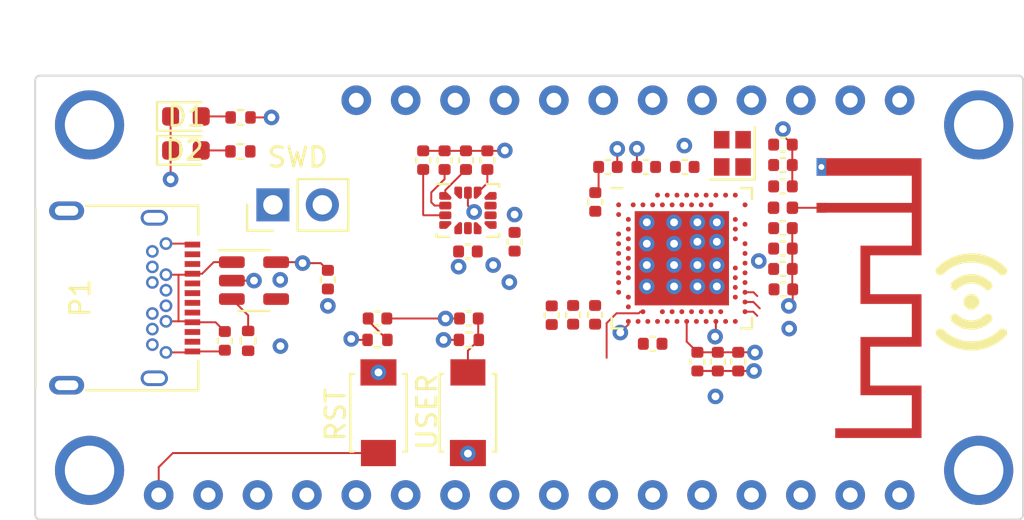
<source format=kicad_pcb>
(kicad_pcb (version 20211014) (generator pcbnew)
  (layers (0 "F.Cu" signal) (1 "In1.Cu" power "PWR") (2 "In2.Cu" power "GND") (31 "B.Cu" signal) (34 "B.Paste" user) (35 "F.Paste" user) (36 "B.SilkS" user "B.Silkscreen") (37 "F.SilkS" user "F.Silkscreen") (38 "B.Mask" user) (39 "F.Mask" user) (44 "Edge.Cuts" user))
  (net 0 "")
  (net 1 "Net-(AE1-Pad1)")
  (net 2 "VDD")
  (net 3 "GND")
  (net 4 "Net-(C2-Pad1)")
  (net 5 "Net-(C3-Pad1)")
  (net 6 "Net-(C5-Pad1)")
  (net 7 "Net-(C8-Pad1)")
  (net 8 "/nreset")
  (net 9 "Net-(C12-Pad1)")
  (net 10 "Net-(C13-Pad1)")
  (net 11 "Net-(C15-Pad1)")
  (net 12 "Net-(C16-Pad1)")
  (net 13 "Net-(C17-Pad1)")
  (net 14 "VBUS")
  (net 15 "Net-(U1-PadW24)")
  (net 16 "Net-(D1-Pad2)")
  (net 17 "Net-(D2-Pad2)")
  (net 19 "Net-(J1-Pad1)")
  (net 20 "Net-(J1-Pad2)")
  (net 22 "/d13")
  (net 24 "/adc5")
  (net 25 "/adc0")
  (net 30 "/sck")
  (net 35 "/serial_tx")
  (net 36 "/mosi")
  (net 37 "/miso")
  (net 41 "/serial_rx")
  (net 45 "/adc4")
  (net 46 "/adc1")
  (net 52 "/d9")
  (net 53 "/d10")
  (net 54 "/adc2")
  (net 55 "/d2")
  (net 56 "/adc3")
  (net 57 "/d11")
  (net 59 "/d6")
  (net 60 "/d12")
  (net 61 "/d5")
  (net 64 "/scl")
  (net 66 "/sda")
  (net 71 "/enable")
  (net 73 "Net-(P1-PadA6)")
  (net 74 "Net-(P1-PadA7)")
  (net 76 "Net-(R6-Pad2)")
  (net 77 "Net-(R7-Pad2)")
  (net 78 "Net-(R8-Pad2)")
  (net 79 "Net-(R9-Pad2)")
  (footprint "Capacitor_SMD:C_0402_1005Metric" (layer "F.Cu") (at 158.8 97.65)
    (fp_text reference "C8" hide)
    (fp_text value "100pF" hide)
    (pad "1" smd roundrect (at -0.48 0) (size 0.56 0.62) (layers "F.Cu" "F.Paste" "F.Mask") (net 7 "Net-(C8-Pad1)"))
    (pad "2" smd roundrect (at 0.48 0) (size 0.56 0.62) (layers "F.Cu" "F.Paste" "F.Mask") (net 3 "GND"))
  )
  (footprint "Capacitor_SMD:C_0402_1005Metric" (layer "F.Cu") (at 155.45 107.77 -90)
    (fp_text reference "C14" hide)
    (fp_text value "100nF" hide)
    (pad "1" smd roundrect (at -0.48 0 270) (size 0.56 0.62) (layers "F.Cu" "F.Paste" "F.Mask") (net 2 "VDD"))
    (pad "2" smd roundrect (at 0.48 0 270) (size 0.56 0.62) (layers "F.Cu" "F.Paste" "F.Mask") (net 3 "GND"))
  )
  (footprint "USB-C-Connectors:TYPE-C-31-M-04" (layer "F.Cu") (at 123.365 104.495 -90)
    (fp_text reference "P1" (at 0 0.7 90) (layer "F.SilkS"))
    (fp_text value "USB-C")
    (pad "" np_thru_hole oval locked (at 3.6 -4.36 270) (size 0.95 0.65) (drill oval 0.95 0.65) (layers *.Cu *.Mask))
    (pad "" np_thru_hole circle locked (at -3.6 -4.36 270) (size 0.65 0.65) (drill 0.65) (layers *.Cu *.Mask))
    (pad "31" thru_hole oval locked (at 4.49 1.4 270) (size 0.95 1.8) (drill oval 0.5 1.2) (layers *.Cu *.Mask))
    (pad "32" thru_hole oval locked (at 4.13 -3.11 270) (size 0.8 1.4) (drill oval 0.5 1.1) (layers *.Cu *.Mask))
    (pad "33" thru_hole oval locked (at -4.13 -3.11 270) (size 0.8 1.4) (drill oval 0.5 1.1) (layers *.Cu *.Mask))
    (pad "34" thru_hole oval locked (at -4.49 1.4 270) (size 0.95 1.8) (drill oval 0.5 1.2) (layers *.Cu *.Mask))
    (pad "A1" smd rect locked (at -2.75 -5.07 270) (size 0.3 0.8) (layers "F.Cu" "F.Paste" "F.Mask") (net 3 "GND"))
    (pad "A2" smd rect locked (at -2.25 -5.07 270) (size 0.3 0.8) (layers "F.Cu" "F.Paste" "F.Mask"))
    (pad "A3" smd rect locked (at -1.75 -5.07 270) (size 0.3 0.8) (layers "F.Cu" "F.Paste" "F.Mask"))
    (pad "A4" smd rect locked (at -1.25 -5.07 270) (size 0.3 0.8) (layers "F.Cu" "F.Paste" "F.Mask") (net 14 "VBUS"))
    (pad "A5" smd rect locked (at -0.75 -5.07 270) (size 0.3 0.8) (layers "F.Cu" "F.Paste" "F.Mask"))
    (pad "A6" smd rect locked (at -0.25 -5.07 270) (size 0.3 0.8) (layers "F.Cu" "F.Paste" "F.Mask") (net 73 "Net-(P1-PadA6)"))
    (pad "A7" smd rect locked (at 0.25 -5.07 270) (size 0.3 0.8) (layers "F.Cu" "F.Paste" "F.Mask") (net 74 "Net-(P1-PadA7)"))
    (pad "A8" smd rect locked (at 0.75 -5.07 270) (size 0.3 0.8) (layers "F.Cu" "F.Paste" "F.Mask"))
    (pad "A9" smd rect locked (at 1.25 -5.07 270) (size 0.3 0.8) (layers "F.Cu" "F.Paste" "F.Mask") (net 14 "VBUS"))
    (pad "A10" smd rect locked (at 1.75 -5.07 270) (size 0.3 0.8) (layers "F.Cu" "F.Paste" "F.Mask"))
    (pad "A11" smd rect locked (at 2.25 -5.07 270) (size 0.3 0.8) (layers "F.Cu" "F.Paste" "F.Mask"))
    (pad "A12" smd rect locked (at 2.75 -5.07 270) (size 0.3 0.8) (layers "F.Cu" "F.Paste" "F.Mask") (net 3 "GND"))
    (pad "B1" thru_hole circle locked (at 2.8 -3.71 270) (size 0.65 0.65) (drill 0.4) (layers *.Cu *.Mask) (net 3 "GND"))
    (pad "B2" thru_hole circle locked (at 2.4 -3.01 270) (size 0.65 0.65) (drill 0.4) (layers *.Cu *.Mask))
    (pad "B3" thru_hole circle locked (at 1.6 -3.01 270) (size 0.65 0.65) (drill 0.4) (layers *.Cu *.Mask))
    (pad "B4" thru_hole circle locked (at 1.2 -3.71 270) (size 0.65 0.65) (drill 0.4) (layers *.Cu *.Mask) (net 14 "VBUS"))
    (pad "B5" thru_hole circle locked (at 0.8 -3.01 270) (size 0.65 0.65) (drill 0.4) (layers *.Cu *.Mask))
    (pad "B6" thru_hole circle locked (at 0.4 -3.71 270) (size 0.65 0.65) (drill 0.4) (layers *.Cu *.Mask))
    (pad "B7" thru_hole circle locked (at -0.4 -3.71 270) (size 0.65 0.65) (drill 0.4) (layers *.Cu *.Mask))
    (pad "B8" thru_hole circle locked (at -0.8 -3.01 270) (size 0.65 0.65) (drill 0.4) (layers *.Cu *.Mask))
    (pad "B9" thru_hole circle locked (at -1.2 -3.71 270) (size 0.65 0.65) (drill 0.4) (layers *.Cu *.Mask) (net 14 "VBUS"))
    (pad "B10" thru_hole circle locked (at -1.6 -3.01 270) (size 0.65 0.65) (drill 0.4) (layers *.Cu *.Mask))
    (pad "B11" thru_hole circle locked (at -2.4 -3.01 270) (size 0.65 0.65) (drill 0.4) (layers *.Cu *.Mask))
    (pad "B12" thru_hole circle locked (at -2.8 -3.71 270) (size 0.65 0.65) (drill 0.4) (layers *.Cu *.Mask) (net 3 "GND"))
  )
  (footprint "LED_SMD:LED_0603_1608Metric" (layer "F.Cu") (at 128.1 95.15)
    (fp_text reference "D1" (at 0.03 0.005) (layer "F.SilkS"))
    (fp_text value "PWR")
    (pad "1" smd roundrect (at -0.7875 0) (size 0.875 0.95) (layers "F.Cu" "F.Paste" "F.Mask") (net 3 "GND"))
    (pad "2" smd roundrect (at 0.7875 0) (size 0.875 0.95) (layers "F.Cu" "F.Paste" "F.Mask") (net 16 "Net-(D1-Pad2)"))
  )
  (footprint "Capacitor_SMD:C_0402_1005Metric" (layer "F.Cu") (at 158.8 100.9)
    (fp_text reference "C16" hide)
    (fp_text value "0.8pF" hide)
    (pad "1" smd roundrect (at -0.48 0) (size 0.56 0.62) (layers "F.Cu" "F.Paste" "F.Mask") (net 12 "Net-(C16-Pad1)"))
    (pad "2" smd roundrect (at 0.48 0) (size 0.56 0.62) (layers "F.Cu" "F.Paste" "F.Mask") (net 3 "GND"))
  )
  (footprint "Capacitor_SMD:C_0402_1005Metric" (layer "F.Cu") (at 142.6 102.1)
    (fp_text reference "C21" hide)
    (fp_text value "100nF" hide)
    (pad "1" smd roundrect (at -0.48 0) (size 0.56 0.62) (layers "F.Cu" "F.Paste" "F.Mask") (net 2 "VDD"))
    (pad "2" smd roundrect (at 0.48 0) (size 0.56 0.62) (layers "F.Cu" "F.Paste" "F.Mask") (net 3 "GND"))
  )
  (footprint "Resistor_SMD:R_0402_1005Metric" (layer "F.Cu") (at 137.95 106.65)
    (fp_text reference "R1" hide)
    (fp_text value "10k" hide)
    (pad "1" smd roundrect (at -0.51 0) (size 0.54 0.64) (layers "F.Cu" "F.Paste" "F.Mask") (net 2 "VDD"))
    (pad "2" smd roundrect (at 0.51 0) (size 0.54 0.64) (layers "F.Cu" "F.Paste" "F.Mask") (net 8 "/nreset"))
  )
  (footprint "Capacitor_SMD:C_0402_1005Metric" (layer "F.Cu") (at 148.01 105.36 90)
    (fp_text reference "R11" hide)
    (fp_text value "10k" hide)
    (pad "1" smd roundrect (at -0.48 0 90) (size 0.56 0.62) (layers "F.Cu" "F.Paste" "F.Mask") (net 2 "VDD"))
    (pad "2" smd roundrect (at 0.48 0 90) (size 0.56 0.62) (layers "F.Cu" "F.Paste" "F.Mask") (net 66 "/sda"))
  )
  (footprint "Resistor_SMD:R_0402_1005Metric" (layer "F.Cu") (at 142.65 106.65)
    (fp_text reference "R3" hide)
    (fp_text value "10k" hide)
    (pad "1" smd roundrect (at -0.51 0) (size 0.54 0.64) (layers "F.Cu" "F.Paste" "F.Mask") (net 2 "VDD"))
    (pad "2" smd roundrect (at 0.51 0) (size 0.54 0.64) (layers "F.Cu" "F.Paste" "F.Mask") (net 15 "Net-(U1-PadW24)"))
  )
  (footprint "Capacitor_SMD:C_0402_1005Metric" (layer "F.Cu") (at 143.6 97.4 -90)
    (fp_text reference "R6" hide)
    (fp_text value "10k" hide)
    (pad "1" smd roundrect (at -0.48 0 270) (size 0.56 0.62) (layers "F.Cu" "F.Paste" "F.Mask") (net 2 "VDD"))
    (pad "2" smd roundrect (at 0.48 0 270) (size 0.56 0.62) (layers "F.Cu" "F.Paste" "F.Mask") (net 76 "Net-(R6-Pad2)"))
  )
  (footprint "Capacitor_SMD:C_0402_1005Metric" (layer "F.Cu") (at 149.15 99.55 90)
    (fp_text reference "C15" hide)
    (fp_text value "100nF" hide)
    (pad "1" smd roundrect (at -0.48 0 90) (size 0.56 0.62) (layers "F.Cu" "F.Paste" "F.Mask") (net 11 "Net-(C15-Pad1)"))
    (pad "2" smd roundrect (at 0.48 0 90) (size 0.56 0.62) (layers "F.Cu" "F.Paste" "F.Mask") (net 3 "GND"))
  )
  (footprint "Package_LGA:LGA-14_3x2.5mm_P0.5mm_LayoutBorder3x4y" (layer "F.Cu") (at 142.6 99.9875)
    (fp_text reference "U4" hide)
    (fp_text value "LSM6DS3" hide)
    (pad "1" smd custom (at -1.1625 -0.75) (size 0.223223 0.223223) (layers "F.Cu" "F.Paste" "F.Mask") (net 79 "Net-(R9-Pad2)") (options (clearance outline) (anchor circle)) (primitives (gr_poly (pts (xy 0.2375 0.081066) (xy 0.2375 0.125) (xy -0.2375 0.125) (xy -0.2375 -0.125) (xy 0.031434 -0.125)) (width 0.15) (fill yes))))
    (pad "2" smd roundrect (at -1.1625 -0.25) (size 0.625 0.4) (layers "F.Cu" "F.Paste" "F.Mask") (net 78 "Net-(R8-Pad2)"))
    (pad "3" smd roundrect (at -1.1625 0.25) (size 0.625 0.4) (layers "F.Cu" "F.Paste" "F.Mask") (net 77 "Net-(R7-Pad2)"))
    (pad "4" smd custom (at -1.1625 0.75) (size 0.223223 0.223223) (layers "F.Cu" "F.Paste" "F.Mask") (options (clearance outline) (anchor circle)) (primitives (gr_poly (pts (xy 0.2375 -0.081066) (xy 0.031434 0.125) (xy -0.2375 0.125) (xy -0.2375 -0.125) (xy 0.2375 -0.125)) (width 0.15) (fill yes))))
    (pad "5" smd custom (at -0.5 0.9125) (size 0.223223 0.223223) (layers "F.Cu" "F.Paste" "F.Mask") (net 2 "VDD") (options (clearance outline) (anchor circle)) (primitives (gr_poly (pts (xy 0.125 0.2375) (xy -0.125 0.2375) (xy -0.125 -0.031434) (xy 0.081066 -0.2375) (xy 0.125 -0.2375)) (width 0.15) (fill yes))))
    (pad "6" smd roundrect (at 0 0.9125) (size 0.4 0.625) (layers "F.Cu" "F.Paste" "F.Mask") (net 3 "GND"))
    (pad "7" smd custom (at 0.5 0.9125) (size 0.223223 0.223223) (layers "F.Cu" "F.Paste" "F.Mask") (net 3 "GND") (options (clearance outline) (anchor circle)) (primitives (gr_poly (pts (xy 0.125 -0.031434) (xy 0.125 0.2375) (xy -0.125 0.2375) (xy -0.125 -0.2375) (xy -0.081066 -0.2375)) (width 0.15) (fill yes))))
    (pad "8" smd custom (at 1.1625 0.75) (size 0.223223 0.223223) (layers "F.Cu" "F.Paste" "F.Mask") (net 2 "VDD") (options (clearance outline) (anchor circle)) (primitives (gr_poly (pts (xy 0.2375 0.125) (xy -0.031434 0.125) (xy -0.2375 -0.081066) (xy -0.2375 -0.125) (xy 0.2375 -0.125)) (width 0.15) (fill yes))))
    (pad "9" smd roundrect (at 1.1625 0.25) (size 0.625 0.4) (layers "F.Cu" "F.Paste" "F.Mask"))
    (pad "10" smd roundrect (at 1.1625 -0.25) (size 0.625 0.4) (layers "F.Cu" "F.Paste" "F.Mask"))
    (pad "11" smd custom (at 1.1625 -0.75) (size 0.223223 0.223223) (layers "F.Cu" "F.Paste" "F.Mask") (options (clearance outline) (anchor circle)) (primitives (gr_poly (pts (xy 0.2375 0.125) (xy -0.2375 0.125) (xy -0.2375 0.081066) (xy -0.031434 -0.125) (xy 0.2375 -0.125)) (width 0.15) (fill yes))))
    (pad "12" smd custom (at 0.5 -0.9125) (size 0.223223 0.223223) (layers "F.Cu" "F.Paste" "F.Mask") (net 76 "Net-(R6-Pad2)") (options (clearance outline) (anchor circle)) (primitives (gr_poly (pts (xy 0.125 0.031434) (xy -0.081066 0.2375) (xy -0.125 0.2375) (xy -0.125 -0.2375) (xy 0.125 -0.2375)) (width 0.15) (fill yes))))
    (pad "13" smd roundrect (at 0 -0.9125) (size 0.4 0.625) (layers "F.Cu" "F.Paste" "F.Mask") (net 64 "/scl"))
    (pad "14" smd custom (at -0.5 -0.9125) (size 0.223223 0.223223) (layers "F.Cu" "F.Paste" "F.Mask") (net 66 "/sda") (options (clearance outline) (anchor circle)) (primitives (gr_poly (pts (xy 0.125 0.2375) (xy 0.081066 0.2375) (xy -0.125 0.031434) (xy -0.125 -0.2375) (xy 0.125 -0.2375)) (width 0.15) (fill yes))))
  )
  (footprint "Resistor_SMD:R_0402_1005Metric" (layer "F.Cu") (at 130.9 96.95 180)
    (fp_text reference "R4" hide)
    (fp_text value "330" hide)
    (pad "1" smd roundrect (at -0.51 0 180) (size 0.54 0.64) (layers "F.Cu" "F.Paste" "F.Mask") (net 22 "/d13"))
    (pad "2" smd roundrect (at 0.51 0 180) (size 0.54 0.64) (layers "F.Cu" "F.Paste" "F.Mask") (net 17 "Net-(D2-Pad2)"))
  )
  (footprint "Capacitor_SMD:C_0402_1005Metric" (layer "F.Cu") (at 152.1 106.85)
    (fp_text reference "C2" hide)
    (fp_text value "4.7uF" hide)
    (pad "1" smd roundrect (at -0.48 0) (size 0.56 0.62) (layers "F.Cu" "F.Paste" "F.Mask") (net 4 "Net-(C2-Pad1)"))
    (pad "2" smd roundrect (at 0.48 0) (size 0.56 0.62) (layers "F.Cu" "F.Paste" "F.Mask") (net 3 "GND"))
  )
  (footprint "Capacitor_SMD:C_0402_1005Metric" (layer "F.Cu") (at 145 101.6 -90)
    (fp_text reference "C22" hide)
    (fp_text value "100nF" hide)
    (pad "1" smd roundrect (at -0.48 0 270) (size 0.56 0.62) (layers "F.Cu" "F.Paste" "F.Mask") (net 2 "VDD"))
    (pad "2" smd roundrect (at 0.48 0 270) (size 0.56 0.62) (layers "F.Cu" "F.Paste" "F.Mask") (net 3 "GND"))
  )
  (footprint "Capacitor_SMD:C_0402_1005Metric" (layer "F.Cu") (at 149.14 105.36 -90)
    (fp_text reference "C10" hide)
    (fp_text value "4.7uF" hide)
    (pad "1" smd roundrect (at -0.48 0 270) (size 0.56 0.62) (layers "F.Cu" "F.Paste" "F.Mask") (net 2 "VDD"))
    (pad "2" smd roundrect (at 0.48 0 270) (size 0.56 0.62) (layers "F.Cu" "F.Paste" "F.Mask") (net 3 "GND"))
  )
  (footprint "Capacitor_SMD:C_0402_1005Metric" (layer "F.Cu") (at 158.8 98.75)
    (fp_text reference "C5" hide)
    (fp_text value "1.0uF" hide)
    (pad "1" smd roundrect (at -0.48 0) (size 0.56 0.62) (layers "F.Cu" "F.Paste" "F.Mask") (net 6 "Net-(C5-Pad1)"))
    (pad "2" smd roundrect (at 0.48 0) (size 0.56 0.62) (layers "F.Cu" "F.Paste" "F.Mask") (net 3 "GND"))
  )
  (footprint "Connector_PinHeader_2.54mm:PinHeader_1x02_P2.54mm_Vertical" (layer "F.Cu") (at 132.575 99.7 90)
    (fp_text reference "J1" hide)
    (fp_text value "SWD" (at 2.45 1.275) (layer "F.SilkS"))
    (pad "1" thru_hole rect (at 0 0 90) (size 1.7 1.7) (drill 1) (layers *.Cu *.Mask) (net 19 "Net-(J1-Pad1)"))
    (pad "2" thru_hole oval (at 0 2.54 90) (size 1.7 1.7) (drill 1) (layers *.Cu *.Mask) (net 20 "Net-(J1-Pad2)"))
  )
  (footprint "Crystal:Crystal_SMD_2016-4Pin_2.0x1.6mm" (layer "F.Cu") (at 156.2 97.05 90)
    (fp_text reference "Y1" hide)
    (fp_text value "32MHz" hide)
    (pad "1" smd rect (at -0.7 0.55 90) (size 0.9 0.8) (layers "F.Cu" "F.Paste" "F.Mask") (net 9 "Net-(C12-Pad1)"))
    (pad "2" smd rect (at 0.7 0.55 90) (size 0.9 0.8) (layers "F.Cu" "F.Paste" "F.Mask") (net 13 "Net-(C17-Pad1)"))
    (pad "3" smd rect (at 0.7 -0.55 90) (size 0.9 0.8) (layers "F.Cu" "F.Paste" "F.Mask"))
    (pad "4" smd rect (at -0.7 -0.55 90) (size 0.9 0.8) (layers "F.Cu" "F.Paste" "F.Mask"))
  )
  (footprint "Capacitor_SMD:C_0402_1005Metric" (layer "F.Cu") (at 154.4 107.77 -90)
    (fp_text reference "C6" hide)
    (fp_text value "100nF" hide)
    (pad "1" smd roundrect (at -0.48 0 270) (size 0.56 0.62) (layers "F.Cu" "F.Paste" "F.Mask") (net 2 "VDD"))
    (pad "2" smd roundrect (at 0.48 0 270) (size 0.56 0.62) (layers "F.Cu" "F.Paste" "F.Mask") (net 3 "GND"))
  )
  (footprint "Capacitor_SMD:C_0402_1005Metric" (layer "F.Cu") (at 153.75 97.75 180)
    (fp_text reference "C17" hide)
    (fp_text value "12pF" hide)
    (pad "1" smd roundrect (at -0.48 0 180) (size 0.56 0.62) (layers "F.Cu" "F.Paste" "F.Mask") (net 13 "Net-(C17-Pad1)"))
    (pad "2" smd roundrect (at 0.48 0 180) (size 0.56 0.62) (layers "F.Cu" "F.Paste" "F.Mask") (net 3 "GND"))
  )
  (footprint "Capacitor_SMD:C_0402_1005Metric" (layer "F.Cu") (at 137.95 105.55)
    (fp_text reference "C9" hide)
    (fp_text value "100nF" hide)
    (pad "1" smd roundrect (at -0.48 0) (size 0.56 0.62) (layers "F.Cu" "F.Paste" "F.Mask") (net 8 "/nreset"))
    (pad "2" smd roundrect (at 0.48 0) (size 0.56 0.62) (layers "F.Cu" "F.Paste" "F.Mask") (net 3 "GND"))
  )
  (footprint "Capacitor_SMD:C_0402_1005Metric" (layer "F.Cu") (at 158.8 96.6)
    (fp_text reference "C12" hide)
    (fp_text value "12pF" hide)
    (pad "1" smd roundrect (at -0.48 0) (size 0.56 0.62) (layers "F.Cu" "F.Paste" "F.Mask") (net 9 "Net-(C12-Pad1)"))
    (pad "2" smd roundrect (at 0.48 0) (size 0.56 0.62) (layers "F.Cu" "F.Paste" "F.Mask") (net 3 "GND"))
  )
  (footprint "Capacitor_SMD:C_0402_1005Metric" (layer "F.Cu") (at 130.1 106.7 -90)
    (fp_text reference "C18" hide)
    (fp_text value "4.7uF" hide)
    (pad "1" smd roundrect (at -0.48 0 270) (size 0.56 0.62) (layers "F.Cu" "F.Paste" "F.Mask") (net 14 "VBUS"))
    (pad "2" smd roundrect (at 0.48 0 270) (size 0.56 0.62) (layers "F.Cu" "F.Paste" "F.Mask") (net 3 "GND"))
  )
  (footprint "Capacitor_SMD:C_0402_1005Metric" (layer "F.Cu") (at 151.77 97.75 180)
    (fp_text reference "C13" hide)
    (fp_text value "N.C" hide)
    (pad "1" smd roundrect (at -0.48 0 180) (size 0.56 0.62) (layers "F.Cu" "F.Paste" "F.Mask") (net 10 "Net-(C13-Pad1)"))
    (pad "2" smd roundrect (at 0.48 0 180) (size 0.56 0.62) (layers "F.Cu" "F.Paste" "F.Mask") (net 3 "GND"))
  )
  (footprint "Capacitor_SMD:C_0402_1005Metric" (layer "F.Cu") (at 156.5 107.77 -90)
    (fp_text reference "C4" hide)
    (fp_text value "100nF" hide)
    (pad "1" smd roundrect (at -0.48 0 270) (size 0.56 0.62) (layers "F.Cu" "F.Paste" "F.Mask") (net 2 "VDD"))
    (pad "2" smd roundrect (at 0.48 0 270) (size 0.56 0.62) (layers "F.Cu" "F.Paste" "F.Mask") (net 3 "GND"))
  )
  (footprint "Capacitor_SMD:C_0402_1005Metric" (layer "F.Cu") (at 142.65 105.55 180)
    (fp_text reference "C19" hide)
    (fp_text value "100nF" hide)
    (pad "1" smd roundrect (at -0.48 0 180) (size 0.56 0.62) (layers "F.Cu" "F.Paste" "F.Mask") (net 15 "Net-(U1-PadW24)"))
    (pad "2" smd roundrect (at 0.48 0 180) (size 0.56 0.62) (layers "F.Cu" "F.Paste" "F.Mask") (net 3 "GND"))
  )
  (footprint "Resistor_SMD:R_0402_1005Metric" (layer "F.Cu") (at 130.909999 95.2 180)
    (fp_text reference "R2" hide)
    (fp_text value "330" hide)
    (pad "1" smd roundrect (at -0.51 0 180) (size 0.54 0.64) (layers "F.Cu" "F.Paste" "F.Mask") (net 2 "VDD"))
    (pad "2" smd roundrect (at 0.51 0 180) (size 0.54 0.64) (layers "F.Cu" "F.Paste" "F.Mask") (net 16 "Net-(D1-Pad2)"))
  )
  (footprint "adafruit:Feather_Main" (layer "F.Cu") (at 143.21 90.505)
    (fp_text reference "U2" hide)
    (fp_text value "Feather")
    (pad "" np_thru_hole circle locked (at 25.654 22.86) (size 3.556 3.556) (drill 2.54) (layers *.Cu *.Mask))
    (pad "" np_thru_hole circle locked (at 25.654 5.08) (size 3.556 3.556) (drill 2.54) (layers *.Cu *.Mask))
    (pad "" np_thru_hole circle locked (at -20.066 5.08) (size 3.556 3.556) (drill 2.54) (layers *.Cu *.Mask))
    (pad "" np_thru_hole circle locked (at -20.066 22.86) (size 3.556 3.556) (drill 2.54) (layers *.Cu *.Mask))
    (pad "1" thru_hole circle locked (at -6.35 3.81) (size 1.524 1.524) (drill 0.762) (layers *.Cu *.Mask))
    (pad "2" thru_hole circle locked (at -3.81 3.81) (size 1.524 1.524) (drill 0.762) (layers *.Cu *.Mask) (net 71 "/enable"))
    (pad "3" thru_hole circle locked (at -1.27 3.81) (size 1.524 1.524) (drill 0.762) (layers *.Cu *.Mask) (net 14 "VBUS"))
    (pad "4" thru_hole circle locked (at 1.27 3.81) (size 1.524 1.524) (drill 0.762) (layers *.Cu *.Mask) (net 22 "/d13"))
    (pad "5" thru_hole circle locked (at 3.81 3.81) (size 1.524 1.524) (drill 0.762) (layers *.Cu *.Mask) (net 60 "/d12"))
    (pad "6" thru_hole circle locked (at 6.35 3.81) (size 1.524 1.524) (drill 0.762) (layers *.Cu *.Mask) (net 57 "/d11"))
    (pad "7" thru_hole circle locked (at 8.89 3.81) (size 1.524 1.524) (drill 0.762) (layers *.Cu *.Mask) (net 53 "/d10"))
    (pad "8" thru_hole circle locked (at 11.43 3.81) (size 1.524 1.524) (drill 0.762) (layers *.Cu *.Mask) (net 52 "/d9"))
    (pad "9" thru_hole circle locked (at 13.97 3.81) (size 1.524 1.524) (drill 0.762) (layers *.Cu *.Mask) (net 59 "/d6"))
    (pad "10" thru_hole circle locked (at 16.51 3.81) (size 1.524 1.524) (drill 0.762) (layers *.Cu *.Mask) (net 61 "/d5"))
    (pad "11" thru_hole circle locked (at 19.05 3.81) (size 1.524 1.524) (drill 0.762) (layers *.Cu *.Mask) (net 64 "/scl"))
    (pad "12" thru_hole circle locked (at 21.59 3.81) (size 1.524 1.524) (drill 0.762) (layers *.Cu *.Mask) (net 66 "/sda"))
    (pad "13" thru_hole circle locked (at -16.51 24.13) (size 1.524 1.524) (drill 0.762) (layers *.Cu *.Mask) (net 8 "/nreset"))
    (pad "14" thru_hole circle locked (at -13.97 24.13) (size 1.524 1.524) (drill 0.762) (layers *.Cu *.Mask) (net 2 "VDD"))
    (pad "15" thru_hole circle locked (at -11.43 24.13) (size 1.524 1.524) (drill 0.762) (layers *.Cu *.Mask))
    (pad "16" thru_hole circle locked (at -8.89 24.13) (size 1.524 1.524) (drill 0.762) (layers *.Cu *.Mask) (net 3 "GND"))
    (pad "17" thru_hole circle locked (at -6.35 24.13) (size 1.524 1.524) (drill 0.762) (layers *.Cu *.Mask) (net 25 "/adc0"))
    (pad "18" thru_hole circle locked (at -3.81 24.13) (size 1.524 1.524) (drill 0.762) (layers *.Cu *.Mask) (net 46 "/adc1"))
    (pad "19" thru_hole circle locked (at -1.27 24.13) (size 1.524 1.524) (drill 0.762) (layers *.Cu *.Mask) (net 54 "/adc2"))
    (pad "20" thru_hole circle locked (at 1.27 24.13) (size 1.524 1.524) (drill 0.762) (layers *.Cu *.Mask) (net 56 "/adc3"))
    (pad "21" thru_hole circle locked (at 3.81 24.13) (size 1.524 1.524) (drill 0.762) (layers *.Cu *.Mask) (net 45 "/adc4"))
    (pad "22" thru_hole circle locked (at 6.35 24.13) (size 1.524 1.524) (drill 0.762) (layers *.Cu *.Mask) (net 24 "/adc5"))
    (pad "23" thru_hole circle locked (at 8.89 24.13) (size 1.524 1.524) (drill 0.762) (layers *.Cu *.Mask) (net 30 "/sck"))
    (pad "24" thru_hole circle locked (at 11.43 24.13) (size 1.524 1.524) (drill 0.762) (layers *.Cu *.Mask) (net 36 "/mosi"))
    (pad "25" thru_hole circle locked (at 13.97 24.13) (size 1.524 1.524) (drill 0.762) (layers *.Cu *.Mask) (net 37 "/miso"))
    (pad "26" thru_hole circle locked (at 16.51 24.13) (size 1.524 1.524) (drill 0.762) (layers *.Cu *.Mask) (net 41 "/serial_rx"))
    (pad "27" thru_hole circle locked (at 19.05 24.13) (size 1.524 1.524) (drill 0.762) (layers *.Cu *.Mask) (net 35 "/serial_tx"))
    (pad "28" thru_hole circle locked (at 21.59 24.13) (size 1.524 1.524) (drill 0.762) (layers *.Cu *.Mask) (net 55 "/d2"))
  )
  (footprint "Inductor_SMD:L_0402_1005Metric" (layer "F.Cu") (at 158.8 99.85 180)
    (fp_text reference "L1" hide)
    (fp_text value "4.7nH" hide)
    (pad "1" smd roundrect (at -0.485 0 180) (size 0.59 0.64) (layers "F.Cu" "F.Paste" "F.Mask") (net 1 "Net-(AE1-Pad1)"))
    (pad "2" smd roundrect (at 0.485 0 180) (size 0.59 0.64) (layers "F.Cu" "F.Paste" "F.Mask") (net 12 "Net-(C16-Pad1)"))
  )
  (footprint "Capacitor_SMD:C_0402_1005Metric" (layer "F.Cu") (at 142.5 97.4 -90)
    (fp_text reference "R9" hide)
    (fp_text value "10k" hide)
    (pad "1" smd roundrect (at -0.48 0 270) (size 0.56 0.62) (layers "F.Cu" "F.Paste" "F.Mask") (net 2 "VDD"))
    (pad "2" smd roundrect (at 0.48 0 270) (size 0.56 0.62) (layers "F.Cu" "F.Paste" "F.Mask") (net 79 "Net-(R9-Pad2)"))
  )
  (footprint "symbols:radio1" (layer "F.Cu") (at 168.5 104.7 90)
    (fp_text reference "G***" hide)
    (fp_text value "LOGO" hide)
  )
  (footprint "tactile-switches:TS-1088-AR02016" (layer "F.Cu") (at 142.6 110.4 -90)
    (fp_text reference "SW2" hide)
    (fp_text value "USER" (at -0.05 2.1 90 unlocked) (layer "F.SilkS"))
    (pad "1" smd rect (at -2.075 0 270) (size 1.35 1.8) (layers "F.Cu" "F.Paste" "F.Mask") (net 15 "Net-(U1-PadW24)"))
    (pad "2" smd rect (at 2.075 0 270) (size 1.35 1.85) (layers "F.Cu" "F.Paste" "F.Mask") (net 3 "GND"))
  )
  (footprint "Capacitor_SMD:C_0402_1005Metric" (layer "F.Cu") (at 158.8 101.95)
    (fp_text reference "C11" hide)
    (fp_text value "0.5pF" hide)
    (pad "1" smd roundrect (at -0.48 0) (size 0.56 0.62) (layers "F.Cu" "F.Paste" "F.Mask") (net 1 "Net-(AE1-Pad1)"))
    (pad "2" smd roundrect (at 0.48 0) (size 0.56 0.62) (layers "F.Cu" "F.Paste" "F.Mask") (net 3 "GND"))
  )
  (footprint "Resistor_SMD:R_0402_1005Metric" (layer "F.Cu") (at 131.3 106.7 90)
    (fp_text reference "R5" hide)
    (fp_text value "10k" hide)
    (pad "1" smd roundrect (at -0.51 0 90) (size 0.54 0.64) (layers "F.Cu" "F.Paste" "F.Mask") (net 14 "VBUS"))
    (pad "2" smd roundrect (at 0.51 0 90) (size 0.54 0.64) (layers "F.Cu" "F.Paste" "F.Mask") (net 71 "/enable"))
  )
  (footprint "Capacitor_SMD:C_0402_1005Metric" (layer "F.Cu") (at 158.8 103)
    (fp_text reference "C7" hide)
    (fp_text value "N.C" hide)
    (pad "1" smd roundrect (at -0.48 0) (size 0.56 0.62) (layers "F.Cu" "F.Paste" "F.Mask") (net 1 "Net-(AE1-Pad1)"))
    (pad "2" smd roundrect (at 0.48 0) (size 0.56 0.62) (layers "F.Cu" "F.Paste" "F.Mask") (net 3 "GND"))
  )
  (footprint "Package_DFN_QFN:Nordic_AQFN-73-1EP_7x7mm_P0.5mm" (layer "F.Cu") (at 153.6 102.45)
    (fp_text reference "U1" hide)
    (fp_text value "nRF52840")
    (pad "A8" smd circle (at -1.25 -3.25 180) (size 0.25 0.25) (layers "F.Cu" "F.Paste" "F.Mask"))
    (pad "A10" smd circle (at -0.75 -3.25 180) (size 0.25 0.25) (layers "F.Cu" "F.Paste" "F.Mask") (net 24 "/adc5"))
    (pad "A12" smd circle (at -0.25 -3.25 180) (size 0.25 0.25) (layers "F.Cu" "F.Paste" "F.Mask") (net 25 "/adc0"))
    (pad "A14" smd circle (at 0.25 -3.25 180) (size 0.25 0.25) (layers "F.Cu" "F.Paste" "F.Mask"))
    (pad "A16" smd circle (at 0.75 -3.25 180) (size 0.25 0.25) (layers "F.Cu" "F.Paste" "F.Mask"))
    (pad "A18" smd circle (at 1.25 -3.25 180) (size 0.25 0.25) (layers "F.Cu" "F.Paste" "F.Mask") (net 10 "Net-(C13-Pad1)"))
    (pad "A20" smd circle (at 1.75 -3.25 180) (size 0.25 0.25) (layers "F.Cu" "F.Paste" "F.Mask"))
    (pad "A22" smd circle (at 2.25 -3.25 180) (size 0.25 0.25) (layers "F.Cu" "F.Paste" "F.Mask") (net 2 "VDD"))
    (pad "A23" smd circle (at 2.75 -3.25 180) (size 0.25 0.25) (layers "F.Cu" "F.Paste" "F.Mask") (net 13 "Net-(C17-Pad1)"))
    (pad "AA24" smd circle (at 3.25 2.25 180) (size 0.25 0.25) (layers "F.Cu" "F.Paste" "F.Mask") (net 19 "Net-(J1-Pad1)"))
    (pad "AB2" smd circle (at -2.75 2.5 180) (size 0.25 0.25) (layers "F.Cu" "F.Paste" "F.Mask"))
    (pad "AC5" smd circle (at -2 2.75 180) (size 0.25 0.25) (layers "F.Cu" "F.Paste" "F.Mask") (net 4 "Net-(C2-Pad1)"))
    (pad "AC9" smd circle (at -1 2.75 180) (size 0.25 0.25) (layers "F.Cu" "F.Paste" "F.Mask") (net 30 "/sck"))
    (pad "AC11" smd circle (at -0.5 2.75 180) (size 0.25 0.25) (layers "F.Cu" "F.Paste" "F.Mask"))
    (pad "AC13" smd circle (at 0 2.75 180) (size 0.25 0.25) (layers "F.Cu" "F.Paste" "F.Mask") (net 8 "/nreset"))
    (pad "AC15" smd circle (at 0.5 2.75 180) (size 0.25 0.25) (layers "F.Cu" "F.Paste" "F.Mask"))
    (pad "AC17" smd circle (at 1 2.75 180) (size 0.25 0.25) (layers "F.Cu" "F.Paste" "F.Mask"))
    (pad "AC19" smd circle (at 1.5 2.75 180) (size 0.25 0.25) (layers "F.Cu" "F.Paste" "F.Mask"))
    (pad "AC21" smd circle (at 2 2.75 180) (size 0.25 0.25) (layers "F.Cu" "F.Paste" "F.Mask") (net 35 "/serial_tx"))
    (pad "AC24" smd circle (at 3.25 2.75 180) (size 0.25 0.25) (layers "F.Cu" "F.Paste" "F.Mask") (net 20 "Net-(J1-Pad2)"))
    (pad "AD2" smd circle (at -2.75 3.25 180) (size 0.25 0.25) (layers "F.Cu" "F.Paste" "F.Mask") (net 14 "VBUS"))
    (pad "AD4" smd circle (at -2.25 3.25 180) (size 0.25 0.25) (layers "F.Cu" "F.Paste" "F.Mask") (net 74 "Net-(P1-PadA7)"))
    (pad "AD6" smd circle (at -1.75 3.25 180) (size 0.25 0.25) (layers "F.Cu" "F.Paste" "F.Mask") (net 73 "Net-(P1-PadA6)"))
    (pad "AD8" smd circle (at -1.25 3.25 180) (size 0.25 0.25) (layers "F.Cu" "F.Paste" "F.Mask") (net 36 "/mosi"))
    (pad "AD10" smd circle (at -0.75 3.25 180) (size 0.25 0.25) (layers "F.Cu" "F.Paste" "F.Mask") (net 37 "/miso"))
    (pad "AD12" smd circle (at -0.25 3.25 180) (size 0.25 0.25) (layers "F.Cu" "F.Paste" "F.Mask"))
    (pad "AD14" smd circle (at 0.25 3.25 180) (size 0.25 0.25) (layers "F.Cu" "F.Paste" "F.Mask") (net 2 "VDD"))
    (pad "AD16" smd circle (at 0.75 3.25 180) (size 0.25 0.25) (layers "F.Cu" "F.Paste" "F.Mask"))
    (pad "AD18" smd circle (at 1.25 3.25 180) (size 0.25 0.25) (layers "F.Cu" "F.Paste" "F.Mask"))
    (pad "AD20" smd circle (at 1.75 3.25 180) (size 0.25 0.25) (layers "F.Cu" "F.Paste" "F.Mask") (net 41 "/serial_rx"))
    (pad "AD22" smd circle (at 2.25 3.25 180) (size 0.25 0.25) (layers "F.Cu" "F.Paste" "F.Mask"))
    (pad "AD23" smd circle (at 2.75 3.25 180) (size 0.25 0.25) (layers "F.Cu" "F.Paste" "F.Mask") (net 2 "VDD"))
    (pad "B1" smd circle (at -3.25 -2.75 180) (size 0.25 0.25) (layers "F.Cu" "F.Paste" "F.Mask") (net 2 "VDD"))
    (pad "B3" smd circle (at -2.5 -2.75 180) (size 0.25 0.25) (layers "F.Cu" "F.Paste" "F.Mask"))
    (pad "B5" smd circle (at -2 -2.75 180) (size 0.25 0.25) (layers "F.Cu" "F.Paste" "F.Mask") (net 6 "Net-(C5-Pad1)"))
    (pad "B7" smd circle (at -1.5 -2.75 180) (size 0.25 0.25) (layers "F.Cu" "F.Paste" "F.Mask") (net 3 "GND"))
    (pad "B9" smd circle (at -1 -2.75 180) (size 0.25 0.25) (layers "F.Cu" "F.Paste" "F.Mask"))
    (pad "B11" smd circle (at -0.5 -2.75 180) (size 0.25 0.25) (layers "F.Cu" "F.Paste" "F.Mask") (net 45 "/adc4"))
    (pad "B13" smd circle (at 0 -2.75 180) (size 0.25 0.25) (layers "F.Cu" "F.Paste" "F.Mask") (net 46 "/adc1"))
    (pad "B15" smd circle (at 0.5 -2.75 180) (size 0.25 0.25) (layers "F.Cu" "F.Paste" "F.Mask"))
    (pad "B17" smd circle (at 1 -2.75 180) (size 0.25 0.25) (layers "F.Cu" "F.Paste" "F.Mask"))
    (pad "B19" smd circle (at 1.5 -2.75 180) (size 0.25 0.25) (layers "F.Cu" "F.Paste" "F.Mask"))
    (pad "B24" smd circle (at 3.25 -2.75 180) (size 0.25 0.25) (layers "F.Cu" "F.Paste" "F.Mask") (net 9 "Net-(C12-Pad1)"))
    (pad "C1" smd circle (at -3.25 -2.25 180) (size 0.25 0.25) (layers "F.Cu" "F.Paste" "F.Mask") (net 11 "Net-(C15-Pad1)"))
    (pad "D2" smd circle (at -2.75 -2 180) (size 0.25 0.25) (layers "F.Cu" "F.Paste" "F.Mask"))
    (pad "D23" smd circle (at 2.75 -2 180) (size 0.25 0.25) (layers "F.Cu" "F.Paste" "F.Mask") (net 7 "Net-(C8-Pad1)"))
    (pad "E24" smd circle (at 3.25 -1.75 180) (size 0.25 0.25) (layers "F.Cu" "F.Paste" "F.Mask") (net 6 "Net-(C5-Pad1)"))
    (pad "EP" smd rect (at 0 0 180) (size 4.85 4.85) (layers "F.Cu" "F.Mask") (net 3 "GND"))
    (pad "F2" smd circle (at -2.75 -1.5 180) (size 0.25 0.25) (layers "F.Cu" "F.Paste" "F.Mask"))
    (pad "F23" smd circle (at 2.75 -1.5 180) (size 0.25 0.25) (layers "F.Cu" "F.Paste" "F.Mask") (net 3 "GND"))
    (pad "G1" smd circle (at -3.25 -1.25 180) (size 0.25 0.25) (layers "F.Cu" "F.Paste" "F.Mask") (net 52 "/d9"))
    (pad "H2" smd circle (at -2.75 -1 180) (size 0.25 0.25) (layers "F.Cu" "F.Paste" "F.Mask") (net 53 "/d10"))
    (pad "H23" smd circle (at 2.75 -1 180) (size 0.25 0.25) (layers "F.Cu" "F.Paste" "F.Mask") (net 12 "Net-(C16-Pad1)"))
    (pad "J1" smd circle (at -3.25 -0.75 180) (size 0.25 0.25) (layers "F.Cu" "F.Paste" "F.Mask") (net 54 "/adc2"))
    (pad "J24" smd circle (at 3.25 -0.75 180) (size 0.25 0.25) (layers "F.Cu" "F.Paste" "F.Mask") (net 55 "/d2"))
    (pad "K2" smd circle (at -2.75 -0.5 180) (size 0.25 0.25) (layers "F.Cu" "F.Paste" "F.Mask") (net 56 "/adc3"))
    (pad "L1" smd circle (at -3.25 -0.25 180) (size 0.25 0.25) (layers "F.Cu" "F.Paste" "F.Mask") (net 57 "/d11"))
    (pad "L24" smd circle (at 3.25 -0.25 180) (size 0.25 0.25) (layers "F.Cu" "F.Paste" "F.Mask"))
    (pad "M2" smd circle (at -2.75 0 180) (size 0.25 0.25) (layers "F.Cu" "F.Paste" "F.Mask") (net 59 "/d6"))
    (pad "N1" smd circle (at -3.25 0.25 180) (size 0.25 0.25) (layers "F.Cu" "F.Paste" "F.Mask") (net 60 "/d12"))
    (pad "N24" smd circle (at 3.25 0.25 180) (size 0.25 0.25) (layers "F.Cu" "F.Paste" "F.Mask") (net 5 "Net-(C3-Pad1)"))
    (pad "P2" smd circle (at -2.75 0.5 180) (size 0.25 0.25) (layers "F.Cu" "F.Paste" "F.Mask") (net 61 "/d5"))
    (pad "P23" smd circle (at 2.75 0.5 180) (size 0.25 0.25) (layers "F.Cu" "F.Paste" "F.Mask"))
    (pad "R1" smd circle (at -3.25 0.75 180) (size 0.25 0.25) (layers "F.Cu" "F.Paste" "F.Mask") (net 22 "/d13"))
    (pad "R24" smd circle (at 3.25 0.75 180) (size 0.25 0.25) (layers "F.Cu" "F.Paste" "F.Mask"))
    (pad "T2" smd circle (at -2.75 1 180) (size 0.25 0.25) (layers "F.Cu" "F.Paste" "F.Mask") (net 64 "/scl"))
    (pad "T23" smd circle (at 2.75 1 180) (size 0.25 0.25) (layers "F.Cu" "F.Paste" "F.Mask"))
    (pad "U1" smd circle (at -3.25 1.25 180) (size 0.25 0.25) (layers "F.Cu" "F.Paste" "F.Mask") (net 66 "/sda"))
    (pad "U24" smd circle (at 3.25 1.25 180) (size 0.25 0.25) (layers "F.Cu" "F.Paste" "F.Mask"))
    (pad "V23" smd circle (at 2.75 1.5 180) (size 0.25 0.25) (layers "F.Cu" "F.Paste" "F.Mask"))
    (pad "W1" smd circle (at -3.25 1.75 180) (size 0.25 0.25) (layers "F.Cu" "F.Paste" "F.Mask") (net 2 "VDD"))
    (pad "W24" smd circle (at 3.25 1.75 180) (size 0.25 0.25) (layers "F.Cu" "F.Paste" "F.Mask") (net 15 "Net-(U1-PadW24)"))
    (pad "Y2" smd circle (at -2.75 2 180) (size 0.25 0.25) (layers "F.Cu" "F.Paste" "F.Mask") (net 2 "VDD"))
    (pad "Y23" smd circle (at 2.75 2 180) (size 0.25 0.25) (layers "F.Cu" "F.Paste" "F.Mask"))
  )
  (footprint "Capacitor_SMD:C_0402_1005Metric" (layer "F.Cu") (at 149.8 97.75 180)
    (fp_text reference "C1" hide)
    (fp_text value "1.0uF" hide)
    (pad "1" smd roundrect (at -0.48 0 180) (size 0.56 0.62) (layers "F.Cu" "F.Paste" "F.Mask") (net 2 "VDD"))
    (pad "2" smd roundrect (at 0.48 0 180) (size 0.56 0.62) (layers "F.Cu" "F.Paste" "F.Mask") (net 3 "GND"))
  )
  (footprint "Capacitor_SMD:C_0402_1005Metric" (layer "F.Cu") (at 146.91 105.38 90)
    (fp_text reference "R10" hide)
    (fp_text value "10k" hide)
    (pad "1" smd roundrect (at -0.48 0 90) (size 0.56 0.62) (layers "F.Cu" "F.Paste" "F.Mask") (net 2 "VDD"))
    (pad "2" smd roundrect (at 0.48 0 90) (size 0.56 0.62) (layers "F.Cu" "F.Paste" "F.Mask") (net 64 "/scl"))
  )
  (footprint "Capacitor_SMD:C_0402_1005Metric" (layer "F.Cu") (at 140.3 97.4 -90)
    (fp_text reference "R7" hide)
    (fp_text value "10k" hide)
    (pad "1" smd roundrect (at -0.48 0 270) (size 0.56 0.62) (layers "F.Cu" "F.Paste" "F.Mask") (net 2 "VDD"))
    (pad "2" smd roundrect (at 0.48 0 270) (size 0.56 0.62) (layers "F.Cu" "F.Paste" "F.Mask") (net 77 "Net-(R7-Pad2)"))
  )
  (footprint "Capacitor_SMD:C_0402_1005Metric" (layer "F.Cu") (at 135.4 103.55 -90)
    (fp_text reference "C20" hide)
    (fp_text value "1uF" hide)
    (pad "1" smd roundrect (at -0.48 0 270) (size 0.56 0.62) (layers "F.Cu" "F.Paste" "F.Mask") (net 2 "VDD"))
    (pad "2" smd roundrect (at 0.48 0 270) (size 0.56 0.62) (layers "F.Cu" "F.Paste" "F.Mask") (net 3 "GND"))
  )
  (footprint "LED_SMD:LED_0603_1608Metric" (layer "F.Cu") (at 128.1 96.9)
    (fp_text reference "D2" (at -0.07 0.005) (layer "F.SilkS"))
    (fp_text value "LED")
    (pad "1" smd roundrect (at -0.7875 0) (size 0.875 0.95) (layers "F.Cu" "F.Paste" "F.Mask") (net 3 "GND"))
    (pad "2" smd roundrect (at 0.7875 0) (size 0.875 0.95) (layers "F.Cu" "F.Paste" "F.Mask") (net 17 "Net-(D2-Pad2)"))
  )
  (footprint "Package_TO_SOT_SMD:SOT-23-5" (layer "F.Cu") (at 131.6 103.6)
    (fp_text reference "U3" hide)
    (fp_text value "AP2112K-3.3" hide)
    (pad "1" smd roundrect (at -1.1375 -0.95) (size 1.325 0.6) (layers "F.Cu" "F.Paste" "F.Mask") (net 14 "VBUS"))
    (pad "2" smd roundrect (at -1.1375 0) (size 1.325 0.6) (layers "F.Cu" "F.Paste" "F.Mask") (net 3 "GND"))
    (pad "3" smd roundrect (at -1.1375 0.95) (size 1.325 0.6) (layers "F.Cu" "F.Paste" "F.Mask") (net 71 "/enable"))
    (pad "4" smd roundrect (at 1.1375 0.95) (size 1.325 0.6) (layers "F.Cu" "F.Paste" "F.Mask"))
    (pad "5" smd roundrect (at 1.1375 -0.95) (size 1.325 0.6) (layers "F.Cu" "F.Paste" "F.Mask") (net 2 "VDD"))
  )
  (footprint "tactile-switches:TS-1088-AR02016" (layer "F.Cu") (at 138 110.4 90)
    (fp_text reference "SW1" hide)
    (fp_text value "RST" (at -0.1 -2.2 90 unlocked) (layer "F.SilkS"))
    (pad "1" smd rect (at -2.075 0 90) (size 1.35 1.8) (layers "F.Cu" "F.Paste" "F.Mask") (net 8 "/nreset"))
    (pad "2" smd rect (at 2.075 0 90) (size 1.35 1.85) (layers "F.Cu" "F.Paste" "F.Mask") (net 3 "GND"))
  )
  (footprint "RF_Antenna:Texas_SWRA117D_2.4GHz_Right" (layer "F.Cu") (at 160.775 99.85 -90)
    (fp_text reference "AE1" hide)
    (fp_text value "Antenna" hide)
    (fp_poly (pts (xy 2.45 -2.51) (xy 4.45 -2.51) (xy 4.45 -5.15) (xy 7.15 -5.15) (xy 7.15 -2.51) (xy 9.15 -2.51) (xy 9.15 -5.15) (xy 11.85 -5.15) (xy 11.85 -0.71) (xy 11.35 -0.71) (xy 11.35 -4.65) (xy 9.65 -4.65) (xy 9.65 -2.01) (xy 6.65 -2.01) (xy 6.65 -4.65) (xy 4.95 -4.65) (xy 4.95 -2.01) (xy 1.95 -2.01) (xy 1.95 -4.65) (xy 0.25 -4.65) (xy 0.25 0.25) (xy -0.25 0.25) (xy -0.25 -4.65) (xy -1.65 -4.65) (xy -1.65 0.25) (xy -2.55 0.25) (xy -2.55 0.006785) (xy -2.247583 0.006785) (xy -2.237742 0.054395) (xy -2.213674 0.096797) (xy -2.175731 0.129581) (xy -2.167819 0.133935) (xy -2.125156 0.146043) (xy -2.076637 0.1453) (xy -2.031122 0.1324) (xy -2.012511 0.121787) (xy -1.978868 0.086553) (xy -1.958309 0.041368) (xy -1.951778 -0.008158) (xy -1.960218 -0.056417) (xy -1.977112 -0.088643) (xy -2.012372 -0.121313) (xy -2.057682 -0.141408) (xy -2.107267 -0.147982) (xy -2.155353 -0.140092) (xy -2.188245 -0.123186) (xy -2.223185 -0.086416) (xy -2.242847 -0.041622) (xy -2.247583 0.006785) (xy -2.55 0.006785) (xy -2.55 -5.15) (xy 2.45 -5.15) (xy 2.45 -2.51)) (layer "F.Cu") (width 0) (fill solid))
    (pad "1" connect rect (at 0 0 270) (size 0.5 0.5) (layers "F.Cu") (net 1 "Net-(AE1-Pad1)"))
    (pad "2" thru_hole rect (at -2.1 0 270) (size 0.9 0.5) (drill 0.3) (layers *.Cu))
  )
  (footprint "Capacitor_SMD:C_0402_1005Metric" (layer "F.Cu") (at 141.4 97.4 -90)
    (fp_text reference "R8" hide)
    (fp_text value "10k" hide)
    (pad "1" smd roundrect (at -0.48 0 270) (size 0.56 0.62) (layers "F.Cu" "F.Paste" "F.Mask") (net 2 "VDD"))
    (pad "2" smd roundrect (at 0.48 0 270) (size 0.56 0.62) (layers "F.Cu" "F.Paste" "F.Mask") (net 78 "Net-(R8-Pad2)"))
  )
  (footprint "Capacitor_SMD:C_0402_1005Metric" (layer "F.Cu") (at 158.82 104.05)
    (fp_text reference "C3" hide)
    (fp_text value "820pF" hide)
    (pad "1" smd roundrect (at -0.48 0) (size 0.56 0.62) (layers "F.Cu" "F.Paste" "F.Mask") (net 5 "Net-(C3-Pad1)"))
    (pad "2" smd roundrect (at 0.48 0) (size 0.56 0.62) (layers "F.Cu" "F.Paste" "F.Mask") (net 3 "GND"))
  )
  (gr_line (start 170.9 115.9) (end 120.6 115.9) (layer "Edge.Cuts") (width 0.1))
  (gr_arc (start 120.6 115.9) (mid 120.423223 115.826777) (end 120.35 115.65) (layer "Edge.Cuts") (width 0.1))
  (gr_arc (start 171.15 115.65) (mid 171.076777 115.826777) (end 170.9 115.9) (layer "Edge.Cuts") (width 0.1))
  (gr_arc (start 170.9 93.05) (mid 171.076777 93.123223) (end 171.15 93.3) (layer "Edge.Cuts") (width 0.1))
  (gr_line (start 120.6 93.05) (end 170.9 93.05) (layer "Edge.Cuts") (width 0.1))
  (gr_arc (start 120.35 93.3) (mid 120.423223 93.123223) (end 120.6 93.05) (layer "Edge.Cuts") (width 0.1))
  (gr_line (start 120.35 115.65) (end 120.35 93.3) (layer "Edge.Cuts") (width 0.1))
  (gr_line (start 171.15 93.3) (end 171.15 115.65) (layer "Edge.Cuts") (width 0.1))
  (segment (start 159.285 99.85) (end 160.775 99.85) (width 0.1) (layer "F.Cu") (net 1))
  (segment (start 135.03 102.7) (end 135.4 103.07) (width 0.1) (layer "F.Cu") (net 2))
  (segment (start 132.7375 102.65) (end 134.05 102.65) (width 0.1) (layer "F.Cu") (net 2))
  (segment (start 154.4 107.29) (end 155.45 107.29) (width 0.1) (layer "F.Cu") (net 2))
  (segment (start 153.85 105.7) (end 153.85 106.74) (width 0.1) (layer "F.Cu") (net 2))
  (segment (start 155.45 107.29) (end 156.5 107.29) (width 0.1) (layer "F.Cu") (net 2))
  (segment (start 141.35 106.65) (end 142.14 106.65) (width 0.1) (layer "F.Cu") (net 2))
  (segment (start 144.48 96.92) (end 144.5 96.9) (width 0.1) (layer "F.Cu") (net 2))
  (segment (start 157.35 107.29) (end 157.36 107.3) (width 0.1) (layer "F.Cu") (net 2))
  (segment (start 131.419999 95.2) (end 132.5 95.2) (width 0.1) (layer "F.Cu") (net 2))
  (segment (start 150.28 97.75) (end 150.28 96.82) (width 0.1) (layer "F.Cu") (net 2))
  (segment (start 134.1 102.7) (end 135.03 102.7) (width 0.1) (layer "F.Cu") (net 2))
  (segment (start 136.65 106.65) (end 136.6 106.6) (width 0.1) (layer "F.Cu") (net 2))
  (segment (start 134.05 102.65) (end 134.1 102.7) (width 0.1) (layer "F.Cu") (net 2))
  (segment (start 137.44 106.65) (end 136.65 106.65) (width 0.1) (layer "F.Cu") (net 2))
  (segment (start 156.5 107.29) (end 157.35 107.29) (width 0.1) (layer "F.Cu") (net 2))
  (segment (start 140.3 96.92) (end 144.48 96.92) (width 0.1) (layer "F.Cu") (net 2))
  (segment (start 153.85 106.74) (end 154.4 107.29) (width 0.1) (layer "F.Cu") (net 2))
  (via (at 150.28 96.82) (size 0.8) (drill 0.4) (layers "F.Cu" "B.Cu") (net 2))
  (via (at 157.36 107.3) (size 0.8) (drill 0.4) (layers "F.Cu" "B.Cu") (net 2))
  (via (at 144.5 96.9) (size 0.8) (drill 0.4) (layers "F.Cu" "B.Cu") (net 2))
  (via (at 153.73 96.65) (size 0.8) (drill 0.4) (layers "F.Cu" "B.Cu") (net 2))
  (via (at 136.6 106.6) (size 0.8) (drill 0.4) (layers "F.Cu" "B.Cu") (net 2))
  (via (at 142.12 102.88) (size 0.8) (drill 0.4) (layers "F.Cu" "B.Cu") (net 2))
  (via (at 145 100.2) (size 0.8) (drill 0.4) (layers "F.Cu" "B.Cu") (net 2))
  (via (at 132.5 95.2) (size 0.8) (drill 0.4) (layers "F.Cu" "B.Cu") (net 2))
  (via (at 134.1 102.7) (size 0.8) (drill 0.4) (layers "F.Cu" "B.Cu") (net 2))
  (via (at 141.35 106.65) (size 0.8) (drill 0.4) (layers "F.Cu" "B.Cu") (net 2))
  (segment (start 159.28 103) (end 159.28 104.03) (width 0.1) (layer "F.Cu") (net 3))
  (segment (start 130.4625 103.6) (end 131.6 103.6) (width 0.1) (layer "F.Cu") (net 3))
  (segment (start 156.5 108.25) (end 157.31 108.25) (width 0.1) (layer "F.Cu") (net 3))
  (segment (start 128.435 107.245) (end 130.035 107.245) (width 0.1) (layer "F.Cu") (net 3))
  (segment (start 128.385 101.695) (end 128.435 101.745) (width 0.1) (layer "F.Cu") (net 3))
  (segment (start 158.8 95.8) (end 158.8 96.12) (width 0.1) (layer "F.Cu") (net 3))
  (segment (start 151.29 96.81) (end 151.29 97.75) (width 0.1) (layer "F.Cu") (net 3))
  (segment (start 159.28 97.65) (end 159.28 96.6) (width 0.1) (layer "F.Cu") (net 3))
  (segment (start 149.32 98.9) (end 149.15 99.07) (width 0.1) (layer "F.Cu") (net 3))
  (segment (start 159.3 104.7) (end 159.1 104.9) (width 0.1) (layer "F.Cu") (net 3))
  (segment (start 130.035 107.245) (end 130.1 107.18) (width 0.1) (layer "F.Cu") (net 3))
  (segment (start 127.3125 98.3875) (end 127.3125 96.9) (width 0.1) (layer "F.Cu") (net 3))
  (segment (start 159.3 104.05) (end 159.3 104.7) (width 0.1) (layer "F.Cu") (net 3))
  (segment (start 141.45 105.55) (end 142.17 105.55) (width 0.1) (layer "F.Cu") (net 3))
  (segment (start 159.28 101.95) (end 159.28 103) (width 0.1) (layer "F.Cu") (net 3))
  (segment (start 127.075 101.695) (end 128.385 101.695) (width 0.1) (layer "F.Cu") (net 3))
  (segment (start 128.385 107.295) (end 128.435 107.245) (width 0.1) (layer "F.Cu") (net 3))
  (segment (start 127.075 107.295) (end 128.385 107.295) (width 0.1) (layer "F.Cu") (net 3))
  (segment (start 159.28 104.03) (end 159.3 104.05) (width 0.1) (layer "F.Cu") (net 3))
  (segment (start 159.28 100.9) (end 159.28 101.95) (width 0.1) (layer "F.Cu") (net 3))
  (segment (start 127.3125 95.15) (end 127.3125 96.9) (width 0.1) (layer "F.Cu") (net 3))
  (segment (start 159.28 98.75) (end 159.28 97.65) (width 0.1) (layer "F.Cu") (net 3))
  (segment (start 138.43 105.55) (end 141.45 105.55) (width 0.1) (layer "F.Cu") (net 3))
  (segment (start 152.58 106.85) (end 152.53 106.9) (width 0.1) (layer "F.Cu") (net 3))
  (segment (start 154.4 108.25) (end 156.5 108.25) (width 0.1) (layer "F.Cu") (net 3))
  (segment (start 149.32 97.75) (end 149.32 98.9) (width 0.1) (layer "F.Cu") (net 3))
  (segment (start 158.8 96.12) (end 159.28 96.6) (width 0.1) (layer "F.Cu") (net 3))
  (via (at 143.9 102.8) (size 0.8) (drill 0.4) (layers "F.Cu" "B.Cu") (net 3))
  (via (at 159.1 104.9) (size 0.8) (drill 0.4) (layers "F.Cu" "B.Cu") (net 3))
  (via (at 154.4 102.8) (size 0.8) (drill 0.4) (layers "F.Cu" "B.Cu") (net 3))
  (via (at 153.2 103.9) (size 0.8) (drill 0.4) (layers "F.Cu" "B.Cu") (net 3))
  (via (at 153.2 100.6) (size 0.8) (drill 0.4) (layers "F.Cu" "B.Cu") (net 3))
  (via (at 151.8 102.8) (size 0.8) (drill 0.4) (layers "F.Cu" "B.Cu") (net 3))
  (via (at 142.6 112.5) (size 0.8) (drill 0.4) (layers "F.Cu" "B.Cu") (net 3))
  (via (at 138 108.325) (size 0.8) (drill 0.4) (layers "F.Cu" "B.Cu") (net 3))
  (via (at 153.2 102.8) (size 0.8) (drill 0.4) (layers "F.Cu" "B.Cu") (net 3))
  (via (at 127.3125 98.3875) (size 0.8) (drill 0.4) (layers "F.Cu" "B.Cu") (net 3))
  (via (at 154.4 100.6) (size 0.8) (drill 0.4) (layers "F.Cu" "B.Cu") (net 3))
  (via (at 155.4 102.8) (size 0.8) (drill 0.4) (layers "F.Cu" "B.Cu") (net 3))
  (via (at 153.2 101.7) (size 0.8) (drill 0.4) (layers "F.Cu" "B.Cu") (net 3))
  (via (at 154.4 101.6) (size 0.8) (drill 0.4) (layers "F.Cu" "B.Cu") (net 3))
  (via (at 155.4 101.6) (size 0.8) (drill 0.4) (layers "F.Cu" "B.Cu") (net 3))
  (via (at 157.31 108.25) (size 0.8) (drill 0.4) (layers "F.Cu" "B.Cu") (net 3))
  (via (at 151.29 96.81) (size 0.8) (drill 0.4) (layers "F.Cu" "B.Cu") (net 3))
  (via (at 151.8 103.9) (size 0.8) (drill 0.4) (layers "F.Cu" "B.Cu") (net 3))
  (via (at 131.6 103.6) (size 0.8) (drill 0.4) (layers "F.Cu" "B.Cu") (net 3))
  (via (at 155.4 100.6) (size 0.8) (drill 0.4) (layers "F.Cu" "B.Cu") (net 3))
  (via (at 135.4 104.9) (size 0.8) (drill 0.4) (layers "F.Cu" "B.Cu") (net 3))
  (via (at 151.8 101.7) (size 0.8) (drill 0.4) (layers "F.Cu" "B.Cu") (net 3))
  (via (at 141.45 105.55) (size 0.8) (drill 0.4) (layers "F.Cu" "B.Cu") (net 3))
  (via (at 158.8 95.8) (size 0.8) (drill 0.4) (layers "F.Cu" "B.Cu") (net 3))
  (via (at 151.8 100.6) (size 0.8) (drill 0.4) (layers "F.Cu" "B.Cu") (net 3))
  (via (at 154.4 103.9) (size 0.8) (drill 0.4) (layers "F.Cu" "B.Cu") (net 3))
  (via (at 155.4 103.9) (size 0.8) (drill 0.4) (layers "F.Cu" "B.Cu") (net 3))
  (segment (start 151.6 105.2) (end 151.467 105.2) (width 0.1) (layer "F.Cu") (net 4))
  (segment (start 151.467 105.2) (end 151.384 105.283) (width 0.1) (layer "F.Cu") (net 4))
  (segment (start 149.733 105.791) (end 149.733 107.569) (width 0.1) (layer "F.Cu") (net 4))
  (segment (start 150.241 105.283) (end 149.733 105.791) (width 0.1) (layer "F.Cu") (net 4))
  (segment (start 151.384 105.283) (end 150.241 105.283) (width 0.1) (layer "F.Cu") (net 4))
  (segment (start 137.47 105.55) (end 137.47 105.66) (width 0.1) (layer "F.Cu") (net 8))
  (segment (start 126.7 114.635) (end 126.7 113.203) (width 0.1) (layer "F.Cu") (net 8))
  (segment (start 137.47 105.66) (end 138.46 106.65) (width 0.1) (layer "F.Cu") (net 8))
  (segment (start 127.428 112.475) (end 138 112.475) (width 0.1) (layer "F.Cu") (net 8))
  (segment (start 126.7 113.203) (end 127.428 112.475) (width 0.1) (layer "F.Cu") (net 8))
  (segment (start 128.435 103.245) (end 128.935 103.245) (width 0.1) (layer "F.Cu") (net 14))
  (segment (start 127.718 105.682) (end 127.731 105.695) (width 0.1) (layer "F.Cu") (net 14))
  (segment (start 128.385 105.695) (end 128.435 105.745) (width 0.1) (layer "F.Cu") (net 14))
  (segment (start 127.718 103.295) (end 128.385 103.295) (width 0.1) (layer "F.Cu") (net 14))
  (segment (start 127.731 105.695) (end 128.385 105.695) (width 0.1) (layer "F.Cu") (net 14))
  (segment (start 127.075 105.695) (end 127.731 105.695) (width 0.1) (layer "F.Cu") (net 14))
  (segment (start 127.075 103.295) (end 127.718 103.295) (width 0.1) (layer "F.Cu") (net 14))
  (segment (start 127.718 103.295) (end 127.718 105.682) (width 0.1) (layer "F.Cu") (net 14))
  (segment (start 129.625 105.745) (end 130.1 106.22) (width 0.1) (layer "F.Cu") (net 14))
  (segment (start 128.435 105.745) (end 129.625 105.745) (width 0.1) (layer "F.Cu") (net 14))
  (segment (start 129.53 102.65) (end 130.4625 102.65) (width 0.1) (layer "F.Cu") (net 14))
  (segment (start 150.85 105.86) (end 150.4365 106.2735) (width 0.1) (layer "F.Cu") (net 14))
  (segment (start 128.385 103.295) (end 128.435 103.245) (width 0.1) (layer "F.Cu") (net 14))
  (segment (start 150.85 105.7) (end 150.85 105.86) (width 0.1) (layer "F.Cu") (net 14))
  (segment (start 128.935 103.245) (end 129.53 102.65) (width 0.1) (layer "F.Cu") (net 14))
  (via (at 150.4365 106.2735) (size 0.8) (drill 0.4) (layers "F.Cu" "B.Cu") (net 14))
  (segment (start 143.13 105.55) (end 143.13 106.62) (width 0.1) (layer "F.Cu") (net 15))
  (segment (start 156.85 104.2) (end 157.286 104.2) (width 0.1) (layer "F.Cu") (net 15))
  (segment (start 143.16 106.65) (end 142.6 107.21) (width 0.1) (layer "F.Cu") (net 15))
  (segment (start 157.286 104.2) (end 157.48 104.394) (width 0.1) (layer "F.Cu") (net 15))
  (segment (start 142.6 107.21) (end 142.6 108.325) (width 0.1) (layer "F.Cu") (net 15))
  (segment (start 143.13 106.62) (end 143.16 106.65) (width 0.1) (layer "F.Cu") (net 15))
  (segment (start 128.8875 95.15) (end 130.349999 95.15) (width 0.1) (layer "F.Cu") (net 16))
  (segment (start 130.349999 95.15) (end 130.399999 95.2) (width 0.1) (layer "F.Cu") (net 16))
  (segment (start 130.34 96.9) (end 128.8875 96.9) (width 0.1) (layer "F.Cu") (net 17))
  (segment (start 130.39 96.95) (end 130.34 96.9) (width 0.1) (layer "F.Cu") (net 17))
  (segment (start 156.85 104.7) (end 157.278 104.7) (width 0.1) (layer "F.Cu") (net 19))
  (segment (start 157.278 104.7) (end 157.607 105.029) (width 0.1) (layer "F.Cu") (net 19))
  (segment (start 157.27 105.2) (end 157.48 105.41) (width 0.1) (layer "F.Cu") (net 20))
  (segment (start 156.85 105.2) (end 157.27 105.2) (width 0.1) (layer "F.Cu") (net 20))
  (segment (start 155.35 106.4435) (end 155.31 106.4835) (width 0.1) (layer "F.Cu") (net 41))
  (segment (start 155.35 105.7) (end 155.35 106.4435) (width 0.1) (layer "F.Cu") (net 41))
  (via (at 155.33 109.56) (size 0.8) (drill 0.4) (layers "F.Cu" "B.Cu") (net 41))
  (via (at 155.31 106.4835) (size 0.8) (drill 0.4) (layers "F.Cu" "B.Cu") (net 41))
  (via (at 157.557401 102.592106) (size 0.8) (drill 0.4) (layers "F.Cu" "B.Cu") (net 55))
  (via (at 159.12 106.07) (size 0.8) (drill 0.4) (layers "F.Cu" "B.Cu") (net 55))
  (segment (start 142.6 99.742755) (end 142.9207 100.063455) (width 0.1) (layer "F.Cu") (net 64))
  (segment (start 142.6 99.075) (end 142.6 99.742755) (width 0.1) (layer "F.Cu") (net 64))
  (via (at 144.73 103.68) (size 0.8) (drill 0.4) (layers "F.Cu" "B.Cu") (net 64))
  (via (at 142.9207 100.063455) (size 0.8) (drill 0.4) (layers "F.Cu" "B.Cu") (net 64))
  (segment (start 130.4625 104.55) (end 131.3 105.3875) (width 0.1) (layer "F.Cu") (net 71))
  (segment (start 131.3 105.3875) (end 131.3 106.19) (width 0.1) (layer "F.Cu") (net 71))
  (via (at 132.96 106.97) (size 0.8) (drill 0.4) (layers "F.Cu" "B.Cu") (net 71))
  (via (at 132.95 103.56) (size 0.8) (drill 0.4) (layers "F.Cu" "B.Cu") (net 71))
  (segment (start 143.6 98.575) (end 143.1 99.075) (width 0.1) (layer "F.Cu") (net 76))
  (segment (start 143.6 97.88) (end 143.6 98.575) (width 0.1) (layer "F.Cu") (net 76))
  (segment (start 140.3 100.203) (end 140.3 97.88) (width 0.1) (layer "F.Cu") (net 77))
  (segment (start 141.4375 100.2375) (end 140.3345 100.2375) (width 0.1) (layer "F.Cu") (net 77))
  (segment (start 140.3345 100.2375) (end 140.3 100.203) (width 0.1) (layer "F.Cu") (net 77))
  (segment (start 140.8855 99.7375) (end 141.4375 99.7375) (width 0.1) (layer "F.Cu") (net 78))
  (segment (start 141.4 97.88) (end 141.4 98.376) (width 0.1) (layer "F.Cu") (net 78))
  (segment (start 141.4 98.376) (end 140.716 99.06) (width 0.1) (layer "F.Cu") (net 78))
  (segment (start 140.716 99.568) (end 140.8855 99.7375) (width 0.1) (layer "F.Cu") (net 78))
  (segment (start 140.716 99.06) (end 140.716 99.568) (width 0.1) (layer "F.Cu") (net 78))
  (segment (start 141.4375 98.9425) (end 141.4375 99.2375) (width 0.1) (layer "F.Cu") (net 79))
  (segment (start 142.5 97.88) (end 141.4375 98.9425) (width 0.1) (layer "F.Cu") (net 79))
)
</source>
